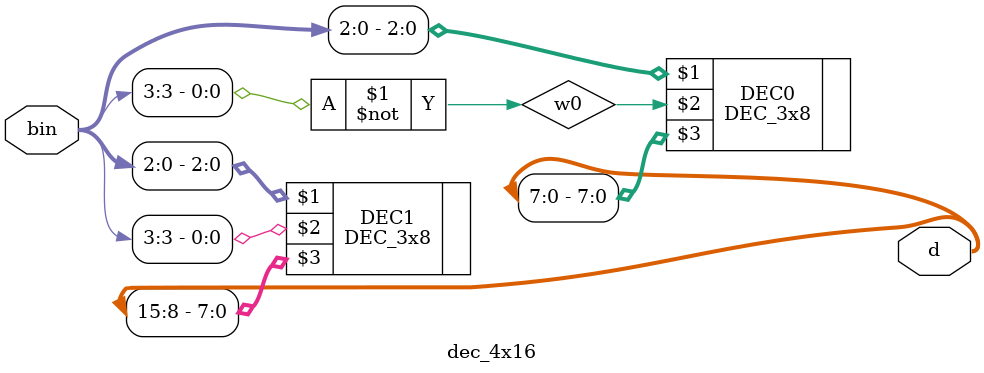
<source format=v>
`timescale 1ns / 1ps
module dec_4x16(bin,d);
	 
  input  [3:0]bin;
  output [15:0]d;
  
  DEC_3x8 DEC1 (bin[2:0],bin[3],d[15:8]);
  DEC_3x8 DEC0 (bin[2:0],w0,d[7:0]);
  not (w0,bin[3]);

endmodule

</source>
